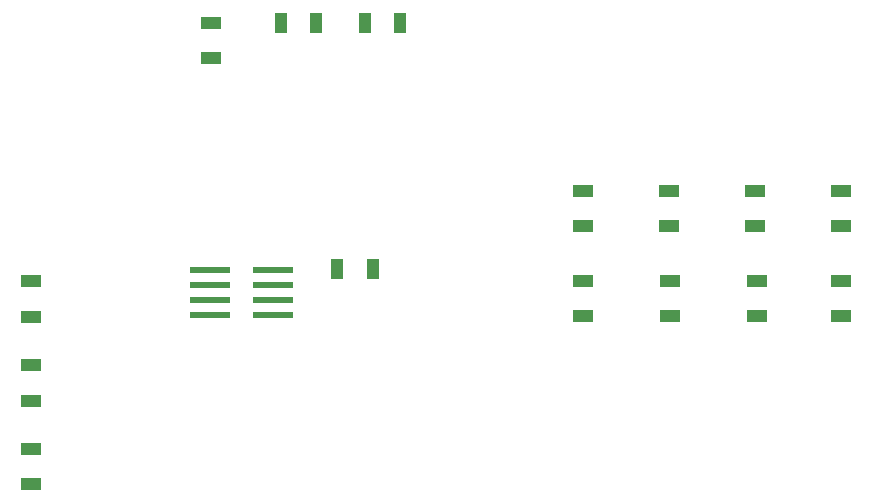
<source format=gtp>
G04*
G04 #@! TF.GenerationSoftware,Altium Limited,Altium Designer,21.8.1 (53)*
G04*
G04 Layer_Color=8421504*
%FSLAX25Y25*%
%MOIN*%
G70*
G04*
G04 #@! TF.SameCoordinates,FCDAA400-C0CE-4F93-ADCE-5479437ED816*
G04*
G04*
G04 #@! TF.FilePolarity,Positive*
G04*
G01*
G75*
%ADD19R,0.13386X0.02362*%
%ADD20R,0.07100X0.04400*%
%ADD21R,0.04400X0.07100*%
D19*
X110630Y95500D02*
D03*
Y90500D02*
D03*
Y85500D02*
D03*
Y80500D02*
D03*
X89370D02*
D03*
Y85500D02*
D03*
Y90500D02*
D03*
Y95500D02*
D03*
D20*
X214000Y91900D02*
D03*
Y80100D02*
D03*
X242667Y121900D02*
D03*
Y110100D02*
D03*
X243000Y80100D02*
D03*
Y91900D02*
D03*
X271333Y121900D02*
D03*
Y110100D02*
D03*
X272000Y91900D02*
D03*
Y80100D02*
D03*
X300000Y121900D02*
D03*
Y110100D02*
D03*
Y91900D02*
D03*
Y80100D02*
D03*
X30000Y52050D02*
D03*
Y63850D02*
D03*
Y80000D02*
D03*
Y91800D02*
D03*
X90000Y177900D02*
D03*
Y166100D02*
D03*
X214000Y121900D02*
D03*
Y110100D02*
D03*
X30000Y35900D02*
D03*
Y24100D02*
D03*
D21*
X113100Y178000D02*
D03*
X124900D02*
D03*
X141100D02*
D03*
X152900D02*
D03*
X132000Y96000D02*
D03*
X143800D02*
D03*
M02*

</source>
